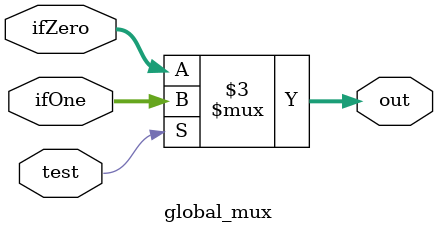
<source format=v>
`include "mips.h" 

/*
This is a universal mux (any number of bits). If test is zero Ifzero is returned. If test is one ifOne is returned. Output is out.
*/
module global_mux(input wire test, input wire [BITS:0] ifZero, input wire [BITS:0] ifOne, output reg [BITS:0] out);
parameter BITS = 31;
always @(*)
  begin
    out = (test == 0 ? ifZero : ifOne); //terinary operator to determine output of mux.
  end
endmodule

</source>
